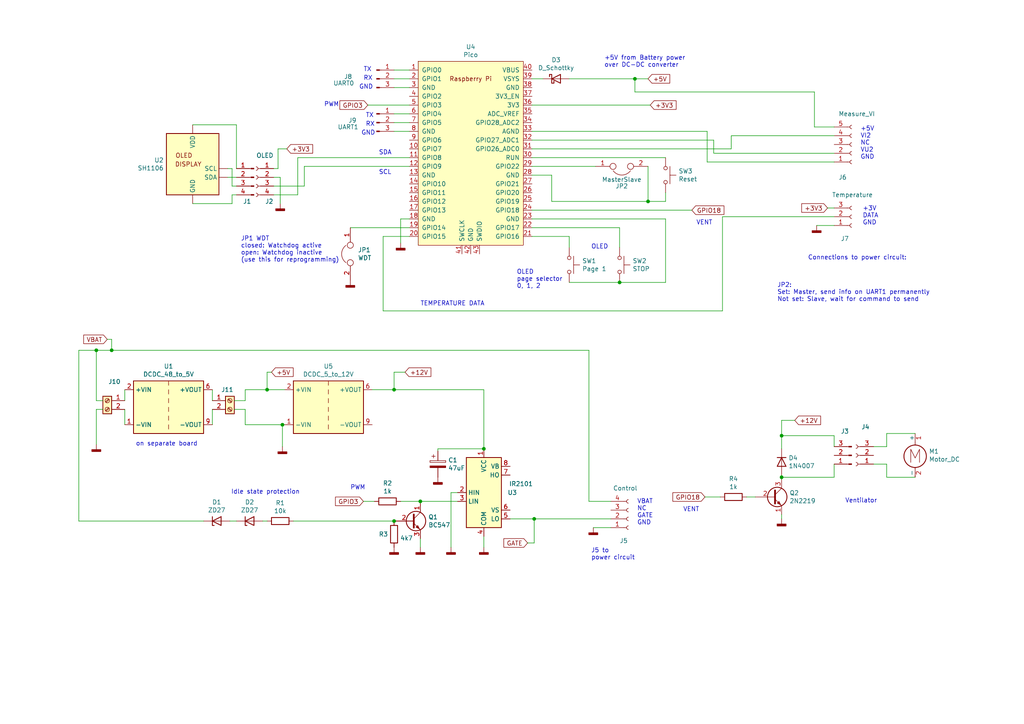
<source format=kicad_sch>
(kicad_sch (version 20230121) (generator eeschema)
  (paper "A4")
  (lib_symbols
    (symbol "Connector:Screw_Terminal_01x02" (pin_names (offset 1.016) hide)
      (property "Reference" "J" (at 0 2.54 0))
      (property "Value" "Screw_Terminal_01x02" (at 0 -5.08 0))
      (symbol "Screw_Terminal_01x02_1_1"
        (rectangle (start -1.27 1.27) (end 1.27 -3.81) (stroke (width 0.254)) (fill (type background)))
        (circle (center 0 -2.54) (radius 0.635) (stroke (width 0.1524)))
        (polyline (pts (xy -0.5334 -2.2098) (xy 0.3302 -3.048)) (stroke (width 0.1524)))
        (polyline (pts (xy -0.5334 0.3302) (xy 0.3302 -0.508)) (stroke (width 0.1524)))
        (polyline (pts (xy -0.3556 -2.032) (xy 0.508 -2.8702)) (stroke (width 0.1524)))
        (polyline (pts (xy -0.3556 0.508) (xy 0.508 -0.3302)) (stroke (width 0.1524)))
        (circle (center 0 0) (radius 0.635) (stroke (width 0.1524)))
        (pin passive line (at -5.08 0 0) (length 3.81) (name "Pin_1") (number "1"))
        (pin passive line (at -5.08 -2.54 0) (length 3.81) (name "Pin_2") (number "2"))
      )
    )
    (symbol "Device:D_Schottky" (pin_numbers hide) (pin_names (offset 1.016) hide)
      (property "Reference" "D" (at 0 2.54 0))
      (property "Value" "D_Schottky" (at 0 -2.54 0))
      (symbol "D_Schottky_0_1"
        (polyline (pts (xy 1.27 0) (xy -1.27 0)))
        (polyline (pts (xy 1.27 1.27) (xy 1.27 -1.27) (xy -1.27 0) (xy 1.27 1.27)) (stroke (width 0.254)))
        (polyline (pts (xy -1.905 0.635) (xy -1.905 1.27) (xy -1.27 1.27) (xy -1.27 -1.27) (xy -0.635 -1.27) (xy -0.635 -0.635)) (stroke (width 0.254)))
      )
      (symbol "D_Schottky_1_1"
        (pin passive line (at -3.81 0 0) (length 2.54) (name "K") (number "1"))
        (pin passive line (at 3.81 0 180) (length 2.54) (name "A") (number "2"))
      )
    )
    (symbol "Device:Q_NPN_CBE" (pin_names (offset 0) hide)
      (property "Reference" "Q" (at 5.08 1.27 0))
      (property "Value" "Q_NPN_CBE" (at 5.08 -1.27 0))
      (symbol "Q_NPN_CBE_0_1"
        (polyline (pts (xy 0.635 0.635) (xy 2.54 2.54)))
        (polyline (pts (xy 0.635 -0.635) (xy 2.54 -2.54) (xy 2.54 -2.54)))
        (polyline (pts (xy 0.635 1.905) (xy 0.635 -1.905) (xy 0.635 -1.905)) (stroke (width 0.508)))
        (polyline (pts (xy 1.27 -1.778) (xy 1.778 -1.27) (xy 2.286 -2.286) (xy 1.27 -1.778) (xy 1.27 -1.778)) (fill (type outline)))
        (circle (center 1.27 0) (radius 2.8194) (stroke (width 0.254)))
      )
      (symbol "Q_NPN_CBE_1_1"
        (pin passive line (at 2.54 5.08 270) (length 2.54) (name "C") (number "1"))
        (pin input line (at -5.08 0 0) (length 5.715) (name "B") (number "2"))
        (pin passive line (at 2.54 -5.08 90) (length 2.54) (name "E") (number "3"))
      )
    )
    (symbol "Device:R" (pin_numbers hide) (pin_names (offset 0))
      (property "Reference" "R" (at 2.032 0 90))
      (property "Value" "R" (at 0 0 90))
      (symbol "R_0_1"
        (rectangle (start -1.016 -2.54) (end 1.016 2.54) (stroke (width 0.254)))
      )
      (symbol "R_1_1"
        (pin passive line (at 0 3.81 270) (length 1.27) (name "~") (number "1"))
        (pin passive line (at 0 -3.81 90) (length 1.27) (name "~") (number "2"))
      )
    )
    (symbol "Diode:1N4007" (pin_numbers hide) (pin_names hide)
      (property "Reference" "D" (at 0 2.54 0))
      (property "Value" "1N4007" (at 0 -2.54 0))
      (symbol "1N4007_0_1"
        (polyline (pts (xy -1.27 1.27) (xy -1.27 -1.27)) (stroke (width 0.254)))
        (polyline (pts (xy 1.27 0) (xy -1.27 0)))
        (polyline (pts (xy 1.27 1.27) (xy 1.27 -1.27) (xy -1.27 0) (xy 1.27 1.27)) (stroke (width 0.254)))
      )
      (symbol "1N4007_1_1"
        (pin passive line (at -3.81 0 0) (length 2.54) (name "K") (number "1"))
        (pin passive line (at 3.81 0 180) (length 2.54) (name "A") (number "2"))
      )
    )
    (symbol "Diode:BZD27Cxx" (pin_numbers hide) (pin_names hide)
      (property "Reference" "D" (at 0 2.54 0))
      (property "Value" "BZD27Cxx" (at 0 -2.54 0))
      (symbol "BZD27Cxx_0_1"
        (polyline (pts (xy 1.27 0) (xy -1.27 0)))
        (polyline (pts (xy -1.27 -1.27) (xy -1.27 1.27) (xy -0.762 1.27)) (stroke (width 0.254)))
        (polyline (pts (xy 1.27 -1.27) (xy 1.27 1.27) (xy -1.27 0) (xy 1.27 -1.27)) (stroke (width 0.254)))
      )
      (symbol "BZD27Cxx_1_1"
        (pin passive line (at -3.81 0 0) (length 2.54) (name "K") (number "1"))
        (pin passive line (at 3.81 0 180) (length 2.54) (name "A") (number "2"))
      )
    )
    (symbol "Driver_FET:IR2101"
      (property "Reference" "U" (at 1.27 13.335 0))
      (property "Value" "IR2101" (at 1.27 11.43 0))
      (symbol "IR2101_0_1"
        (rectangle (start -5.08 -10.16) (end 5.08 10.16) (stroke (width 0.254)) (fill (type background)))
      )
      (symbol "IR2101_1_1"
        (pin power_in line (at 0 12.7 270) (length 2.54) (name "VCC") (number "1"))
        (pin input line (at -7.62 0 0) (length 2.54) (name "HIN") (number "2"))
        (pin input line (at -7.62 -2.54 0) (length 2.54) (name "LIN") (number "3"))
        (pin power_in line (at 0 -12.7 90) (length 2.54) (name "COM") (number "4"))
        (pin output line (at 7.62 -7.62 180) (length 2.54) (name "LO") (number "5"))
        (pin passive line (at 7.62 -5.08 180) (length 2.54) (name "VS") (number "6"))
        (pin output line (at 7.62 5.08 180) (length 2.54) (name "HO") (number "7"))
        (pin passive line (at 7.62 7.62 180) (length 2.54) (name "VB") (number "8"))
      )
    )
    (symbol "MPPT_05_2A_controlcircuit-rescue:CP-Device" (pin_numbers hide) (pin_names (offset 0.254))
      (property "Reference" "C" (at 0.635 2.54 0))
      (property "Value" "Device_CP" (at 0.635 -2.54 0))
      (symbol "CP-Device_0_1"
        (rectangle (start -2.286 0.508) (end 2.286 1.016))
        (polyline (pts (xy -1.778 2.286) (xy -0.762 2.286)))
        (polyline (pts (xy -1.27 2.794) (xy -1.27 1.778)))
        (rectangle (start 2.286 -0.508) (end -2.286 -1.016) (fill (type outline)))
      )
      (symbol "CP-Device_1_1"
        (pin passive line (at 0 3.81 270) (length 2.794) (name "~") (number "1"))
        (pin passive line (at 0 -3.81 90) (length 2.794) (name "~") (number "2"))
      )
    )
    (symbol "MPPT_05_2A_controlcircuit-rescue:Conn_01x03_Female-Connector" (pin_names (offset 1.016) hide)
      (property "Reference" "J" (at 0 5.08 0))
      (property "Value" "Connector_Conn_01x03_Female" (at 0 -5.08 0))
      (symbol "Conn_01x03_Female-Connector_1_1"
        (arc (start 0 -2.032) (mid -0.5058 -2.54) (end 0 -3.048) (stroke (width 0.1524)))
        (polyline (pts (xy -1.27 -2.54) (xy -0.508 -2.54)) (stroke (width 0.1524)))
        (polyline (pts (xy -1.27 0) (xy -0.508 0)) (stroke (width 0.1524)))
        (polyline (pts (xy -1.27 2.54) (xy -0.508 2.54)) (stroke (width 0.1524)))
        (arc (start 0 0.508) (mid -0.5058 0) (end 0 -0.508) (stroke (width 0.1524)))
        (arc (start 0 3.048) (mid -0.5058 2.54) (end 0 2.032) (stroke (width 0.1524)))
        (pin passive line (at -5.08 2.54 0) (length 3.81) (name "Pin_1") (number "1"))
        (pin passive line (at -5.08 0 0) (length 3.81) (name "Pin_2") (number "2"))
        (pin passive line (at -5.08 -2.54 0) (length 3.81) (name "Pin_3") (number "3"))
      )
    )
    (symbol "MPPT_05_2A_controlcircuit-rescue:Conn_01x03_Male-Connector" (pin_names (offset 1.016) hide)
      (property "Reference" "J" (at 0 5.08 0))
      (property "Value" "Connector_Conn_01x03_Male" (at 0 -5.08 0))
      (symbol "Conn_01x03_Male-Connector_1_1"
        (polyline (pts (xy 1.27 -2.54) (xy 0.8636 -2.54)) (stroke (width 0.1524)))
        (polyline (pts (xy 1.27 0) (xy 0.8636 0)) (stroke (width 0.1524)))
        (polyline (pts (xy 1.27 2.54) (xy 0.8636 2.54)) (stroke (width 0.1524)))
        (rectangle (start 0.8636 -2.413) (end 0 -2.667) (stroke (width 0.1524)) (fill (type outline)))
        (rectangle (start 0.8636 0.127) (end 0 -0.127) (stroke (width 0.1524)) (fill (type outline)))
        (rectangle (start 0.8636 2.667) (end 0 2.413) (stroke (width 0.1524)) (fill (type outline)))
        (pin passive line (at 5.08 2.54 180) (length 3.81) (name "Pin_1") (number "1"))
        (pin passive line (at 5.08 0 180) (length 3.81) (name "Pin_2") (number "2"))
        (pin passive line (at 5.08 -2.54 180) (length 3.81) (name "Pin_3") (number "3"))
      )
    )
    (symbol "MPPT_05_2A_controlcircuit-rescue:Conn_01x04_Female-Connector" (pin_names (offset 1.016) hide)
      (property "Reference" "J" (at 0 5.08 0))
      (property "Value" "Connector_Conn_01x04_Female" (at 0 -7.62 0))
      (symbol "Conn_01x04_Female-Connector_1_1"
        (arc (start 0 -4.572) (mid -0.5058 -5.08) (end 0 -5.588) (stroke (width 0.1524)))
        (arc (start 0 -2.032) (mid -0.5058 -2.54) (end 0 -3.048) (stroke (width 0.1524)))
        (polyline (pts (xy -1.27 -5.08) (xy -0.508 -5.08)) (stroke (width 0.1524)))
        (polyline (pts (xy -1.27 -2.54) (xy -0.508 -2.54)) (stroke (width 0.1524)))
        (polyline (pts (xy -1.27 0) (xy -0.508 0)) (stroke (width 0.1524)))
        (polyline (pts (xy -1.27 2.54) (xy -0.508 2.54)) (stroke (width 0.1524)))
        (arc (start 0 0.508) (mid -0.5058 0) (end 0 -0.508) (stroke (width 0.1524)))
        (arc (start 0 3.048) (mid -0.5058 2.54) (end 0 2.032) (stroke (width 0.1524)))
        (pin passive line (at -5.08 2.54 0) (length 3.81) (name "Pin_1") (number "1"))
        (pin passive line (at -5.08 0 0) (length 3.81) (name "Pin_2") (number "2"))
        (pin passive line (at -5.08 -2.54 0) (length 3.81) (name "Pin_3") (number "3"))
        (pin passive line (at -5.08 -5.08 0) (length 3.81) (name "Pin_4") (number "4"))
      )
    )
    (symbol "MPPT_05_2A_controlcircuit-rescue:Conn_01x04_Male-Connector" (pin_names (offset 1.016) hide)
      (property "Reference" "J" (at 0 5.08 0))
      (property "Value" "Connector_Conn_01x04_Male" (at 0 -7.62 0))
      (symbol "Conn_01x04_Male-Connector_1_1"
        (polyline (pts (xy 1.27 -5.08) (xy 0.8636 -5.08)) (stroke (width 0.1524)))
        (polyline (pts (xy 1.27 -2.54) (xy 0.8636 -2.54)) (stroke (width 0.1524)))
        (polyline (pts (xy 1.27 0) (xy 0.8636 0)) (stroke (width 0.1524)))
        (polyline (pts (xy 1.27 2.54) (xy 0.8636 2.54)) (stroke (width 0.1524)))
        (rectangle (start 0.8636 -4.953) (end 0 -5.207) (stroke (width 0.1524)) (fill (type outline)))
        (rectangle (start 0.8636 -2.413) (end 0 -2.667) (stroke (width 0.1524)) (fill (type outline)))
        (rectangle (start 0.8636 0.127) (end 0 -0.127) (stroke (width 0.1524)) (fill (type outline)))
        (rectangle (start 0.8636 2.667) (end 0 2.413) (stroke (width 0.1524)) (fill (type outline)))
        (pin passive line (at 5.08 2.54 180) (length 3.81) (name "Pin_1") (number "1"))
        (pin passive line (at 5.08 0 180) (length 3.81) (name "Pin_2") (number "2"))
        (pin passive line (at 5.08 -2.54 180) (length 3.81) (name "Pin_3") (number "3"))
        (pin passive line (at 5.08 -5.08 180) (length 3.81) (name "Pin_4") (number "4"))
      )
    )
    (symbol "MPPT_05_2A_controlcircuit-rescue:Conn_01x05_Female-Connector" (pin_names (offset 1.016) hide)
      (property "Reference" "J" (at 0 7.62 0))
      (property "Value" "Connector_Conn_01x05_Female" (at 0 -7.62 0))
      (symbol "Conn_01x05_Female-Connector_1_1"
        (arc (start 0 -4.572) (mid -0.5058 -5.08) (end 0 -5.588) (stroke (width 0.1524)))
        (arc (start 0 -2.032) (mid -0.5058 -2.54) (end 0 -3.048) (stroke (width 0.1524)))
        (polyline (pts (xy -1.27 -5.08) (xy -0.508 -5.08)) (stroke (width 0.1524)))
        (polyline (pts (xy -1.27 -2.54) (xy -0.508 -2.54)) (stroke (width 0.1524)))
        (polyline (pts (xy -1.27 0) (xy -0.508 0)) (stroke (width 0.1524)))
        (polyline (pts (xy -1.27 2.54) (xy -0.508 2.54)) (stroke (width 0.1524)))
        (polyline (pts (xy -1.27 5.08) (xy -0.508 5.08)) (stroke (width 0.1524)))
        (arc (start 0 0.508) (mid -0.5058 0) (end 0 -0.508) (stroke (width 0.1524)))
        (arc (start 0 3.048) (mid -0.5058 2.54) (end 0 2.032) (stroke (width 0.1524)))
        (arc (start 0 5.588) (mid -0.5058 5.08) (end 0 4.572) (stroke (width 0.1524)))
        (pin passive line (at -5.08 5.08 0) (length 3.81) (name "Pin_1") (number "1"))
        (pin passive line (at -5.08 2.54 0) (length 3.81) (name "Pin_2") (number "2"))
        (pin passive line (at -5.08 0 0) (length 3.81) (name "Pin_3") (number "3"))
        (pin passive line (at -5.08 -2.54 0) (length 3.81) (name "Pin_4") (number "4"))
        (pin passive line (at -5.08 -5.08 0) (length 3.81) (name "Pin_5") (number "5"))
      )
    )
    (symbol "MPPT_05_2A_controlcircuit-rescue:DCDC-DC_DC_converter"
      (property "Reference" "U" (at -7.62 8.89 0))
      (property "Value" "DC_DC_converter_DCDC" (at 11.43 8.89 0))
      (symbol "DCDC-DC_DC_converter_0_1"
        (rectangle (start -10.16 7.62) (end 10.16 -7.62) (stroke (width 0.254)) (fill (type background)))
        (polyline (pts (xy 0 -5.08) (xy 0 -6.35)))
        (polyline (pts (xy 0 -2.54) (xy 0 -3.81)))
        (polyline (pts (xy 0 0) (xy 0 -1.27)))
        (polyline (pts (xy 0 2.54) (xy 0 1.27)))
        (polyline (pts (xy 0 5.08) (xy 0 3.81)))
        (polyline (pts (xy 0 7.62) (xy 0 6.35)))
      )
      (symbol "DCDC-DC_DC_converter_1_1"
        (pin power_in line (at -12.7 -5.08 0) (length 2.54) (name "-VIN") (number "1"))
        (pin power_in line (at -12.7 5.08 0) (length 2.54) (name "+VIN") (number "2"))
        (pin power_out line (at 12.7 5.08 180) (length 2.54) (name "+VOUT") (number "6"))
        (pin no_connect line (at 10.16 2.54 180) (length 2.54) hide (name "NC") (number "7"))
        (pin no_connect line (at 10.16 0 180) (length 2.54) hide (name "NC") (number "8"))
        (pin power_out line (at 12.7 -5.08 180) (length 2.54) (name "-VOUT") (number "9"))
      )
    )
    (symbol "MPPT_05_2A_controlcircuit-rescue:Jumper-Device" (pin_names (offset 0.762) hide)
      (property "Reference" "JP" (at 0 3.81 0))
      (property "Value" "Device_Jumper" (at 0 -2.032 0))
      (symbol "Jumper-Device_0_1"
        (circle (center -2.54 0) (radius 0.889))
        (arc (start 2.5146 1.27) (mid 0.0078 2.5097) (end -2.4892 1.27))
        (circle (center 2.54 0) (radius 0.889))
        (pin passive line (at -7.62 0 0) (length 4.191) (name "1") (number "1"))
        (pin passive line (at 7.62 0 180) (length 4.191) (name "2") (number "2"))
      )
    )
    (symbol "MPPT_05_2A_controlcircuit-rescue:Pico-Raspi_Pico" (pin_names (offset 1.016))
      (property "Reference" "U" (at -13.97 27.94 0))
      (property "Value" "Raspi_Pico_Pico" (at 0 19.05 0))
      (symbol "Pico-Raspi_Pico_0_0"
        (text "Raspberry Pi" (at 0 21.59 0) (effects (font (size 1.27 1.27))))
      )
      (symbol "Pico-Raspi_Pico_0_1"
        (rectangle (start -15.24 26.67) (end 15.24 -26.67) (fill (type background)))
      )
      (symbol "Pico-Raspi_Pico_1_1"
        (pin bidirectional line (at -17.78 24.13 0) (length 2.54) (name "GPIO0") (number "1"))
        (pin bidirectional line (at -17.78 1.27 0) (length 2.54) (name "GPIO7") (number "10"))
        (pin bidirectional line (at -17.78 -1.27 0) (length 2.54) (name "GPIO8") (number "11"))
        (pin bidirectional line (at -17.78 -3.81 0) (length 2.54) (name "GPIO9") (number "12"))
        (pin power_in line (at -17.78 -6.35 0) (length 2.54) (name "GND") (number "13"))
        (pin bidirectional line (at -17.78 -8.89 0) (length 2.54) (name "GPIO10") (number "14"))
        (pin bidirectional line (at -17.78 -11.43 0) (length 2.54) (name "GPIO11") (number "15"))
        (pin bidirectional line (at -17.78 -13.97 0) (length 2.54) (name "GPIO12") (number "16"))
        (pin bidirectional line (at -17.78 -16.51 0) (length 2.54) (name "GPIO13") (number "17"))
        (pin power_in line (at -17.78 -19.05 0) (length 2.54) (name "GND") (number "18"))
        (pin bidirectional line (at -17.78 -21.59 0) (length 2.54) (name "GPIO14") (number "19"))
        (pin bidirectional line (at -17.78 21.59 0) (length 2.54) (name "GPIO1") (number "2"))
        (pin bidirectional line (at -17.78 -24.13 0) (length 2.54) (name "GPIO15") (number "20"))
        (pin bidirectional line (at 17.78 -24.13 180) (length 2.54) (name "GPIO16") (number "21"))
        (pin bidirectional line (at 17.78 -21.59 180) (length 2.54) (name "GPIO17") (number "22"))
        (pin power_in line (at 17.78 -19.05 180) (length 2.54) (name "GND") (number "23"))
        (pin bidirectional line (at 17.78 -16.51 180) (length 2.54) (name "GPIO18") (number "24"))
        (pin bidirectional line (at 17.78 -13.97 180) (length 2.54) (name "GPIO19") (number "25"))
        (pin bidirectional line (at 17.78 -11.43 180) (length 2.54) (name "GPIO20") (number "26"))
        (pin bidirectional line (at 17.78 -8.89 180) (length 2.54) (name "GPIO21") (number "27"))
        (pin power_in line (at 17.78 -6.35 180) (length 2.54) (name "GND") (number "28"))
        (pin bidirectional line (at 17.78 -3.81 180) (length 2.54) (name "GPIO22") (number "29"))
        (pin power_in line (at -17.78 19.05 0) (length 2.54) (name "GND") (number "3"))
        (pin input line (at 17.78 -1.27 180) (length 2.54) (name "RUN") (number "30"))
        (pin bidirectional line (at 17.78 1.27 180) (length 2.54) (name "GPIO26_ADC0") (number "31"))
        (pin bidirectional line (at 17.78 3.81 180) (length 2.54) (name "GPIO27_ADC1") (number "32"))
        (pin power_in line (at 17.78 6.35 180) (length 2.54) (name "AGND") (number "33"))
        (pin bidirectional line (at 17.78 8.89 180) (length 2.54) (name "GPIO28_ADC2") (number "34"))
        (pin unspecified line (at 17.78 11.43 180) (length 2.54) (name "ADC_VREF") (number "35"))
        (pin unspecified line (at 17.78 13.97 180) (length 2.54) (name "3V3") (number "36"))
        (pin input line (at 17.78 16.51 180) (length 2.54) (name "3V3_EN") (number "37"))
        (pin bidirectional line (at 17.78 19.05 180) (length 2.54) (name "GND") (number "38"))
        (pin unspecified line (at 17.78 21.59 180) (length 2.54) (name "VSYS") (number "39"))
        (pin bidirectional line (at -17.78 16.51 0) (length 2.54) (name "GPIO2") (number "4"))
        (pin unspecified line (at 17.78 24.13 180) (length 2.54) (name "VBUS") (number "40"))
        (pin input line (at -2.54 -29.21 90) (length 2.54) (name "SWCLK") (number "41"))
        (pin power_in line (at 0 -29.21 90) (length 2.54) (name "GND") (number "42"))
        (pin bidirectional line (at 2.54 -29.21 90) (length 2.54) (name "SWDIO") (number "43"))
        (pin bidirectional line (at -17.78 13.97 0) (length 2.54) (name "GPIO3") (number "5"))
        (pin bidirectional line (at -17.78 11.43 0) (length 2.54) (name "GPIO4") (number "6"))
        (pin bidirectional line (at -17.78 8.89 0) (length 2.54) (name "GPIO5") (number "7"))
        (pin power_in line (at -17.78 6.35 0) (length 2.54) (name "GND") (number "8"))
        (pin bidirectional line (at -17.78 3.81 0) (length 2.54) (name "GPIO6") (number "9"))
      )
    )
    (symbol "MPPT_05_2A_controlcircuit-rescue:SH1106-oled" (pin_numbers hide)
      (property "Reference" "U" (at 2.54 13.97 0))
      (property "Value" "oled_SH1106" (at 7.62 11.43 0))
      (symbol "SH1106-oled_0_0"
        (text "DISPLAY" (at -1.27 1.27 0) (effects (font (size 1.27 1.27))))
        (text "OLED" (at -2.54 3.81 0) (effects (font (size 1.27 1.27))))
      )
      (symbol "SH1106-oled_0_1"
        (rectangle (start -7.62 10.16) (end 7.62 -7.62) (stroke (width 0.254)) (fill (type background)))
      )
      (symbol "SH1106-oled_1_1"
        (pin input line (at 10.16 0 180) (length 2.54) (name "SCL") (number "10"))
        (pin power_in line (at 0 -10.16 90) (length 2.54) (name "GND") (number "3"))
        (pin power_in line (at 0 12.7 270) (length 2.54) (name "VDD") (number "8"))
        (pin bidirectional line (at 10.16 -2.54 180) (length 2.54) (name "SDA") (number "9"))
      )
    )
    (symbol "Motor:Motor_DC" (pin_names (offset 0))
      (property "Reference" "M" (at 2.54 2.54 0))
      (property "Value" "Motor_DC" (at 2.54 -5.08 0))
      (symbol "Motor_DC_0_0"
        (polyline (pts (xy -1.27 -3.302) (xy -1.27 0.508) (xy 0 -2.032) (xy 1.27 0.508) (xy 1.27 -3.302)))
      )
      (symbol "Motor_DC_0_1"
        (circle (center 0 -1.524) (radius 3.2512) (stroke (width 0.254)))
        (polyline (pts (xy 0 -7.62) (xy 0 -7.112)))
        (polyline (pts (xy 0 -4.7752) (xy 0 -5.1816)))
        (polyline (pts (xy 0 1.7272) (xy 0 2.0828)))
        (polyline (pts (xy 0 2.032) (xy 0 2.54)))
      )
      (symbol "Motor_DC_1_1"
        (pin passive line (at 0 5.08 270) (length 2.54) (name "+") (number "1"))
        (pin passive line (at 0 -7.62 90) (length 2.54) (name "-") (number "2"))
      )
    )
    (symbol "Switch:SW_Push" (pin_numbers hide) (pin_names (offset 1.016) hide)
      (property "Reference" "SW" (at 1.27 2.54 0))
      (property "Value" "SW_Push" (at 0 -1.524 0))
      (symbol "SW_Push_0_1"
        (circle (center -2.032 0) (radius 0.508))
        (polyline (pts (xy 0 1.27) (xy 0 3.048)))
        (polyline (pts (xy 2.54 1.27) (xy -2.54 1.27)))
        (circle (center 2.032 0) (radius 0.508))
        (pin passive line (at -5.08 0 0) (length 2.54) (name "1") (number "1"))
        (pin passive line (at 5.08 0 180) (length 2.54) (name "2") (number "2"))
      )
    )
    (symbol "Transistor_BJT:2N2219" (pin_names (offset 0) hide)
      (property "Reference" "Q" (at 5.08 1.905 0))
      (property "Value" "2N2219" (at 5.08 0 0))
      (symbol "2N2219_0_1"
        (polyline (pts (xy 0.635 0.635) (xy 2.54 2.54)))
        (polyline (pts (xy 0.635 -0.635) (xy 2.54 -2.54) (xy 2.54 -2.54)))
        (polyline (pts (xy 0.635 1.905) (xy 0.635 -1.905) (xy 0.635 -1.905)) (stroke (width 0.508)))
        (polyline (pts (xy 1.27 -1.778) (xy 1.778 -1.27) (xy 2.286 -2.286) (xy 1.27 -1.778) (xy 1.27 -1.778)) (fill (type outline)))
        (circle (center 1.27 0) (radius 2.8194) (stroke (width 0.254)))
      )
      (symbol "2N2219_1_1"
        (pin passive line (at 2.54 -5.08 90) (length 2.54) (name "E") (number "1"))
        (pin passive line (at -5.08 0 0) (length 5.715) (name "B") (number "2"))
        (pin passive line (at 2.54 5.08 270) (length 2.54) (name "C") (number "3"))
      )
    )
    (symbol "power:GNDD" (power) (pin_names (offset 0))
      (property "Value" "GNDD" (at 0 -3.175 0))
      (symbol "GNDD_0_1"
        (rectangle (start -1.27 -1.524) (end 1.27 -2.032) (stroke (width 0.254)) (fill (type outline)))
        (polyline (pts (xy 0 0) (xy 0 -1.524)))
      )
      (symbol "GNDD_1_1"
        (pin power_in line (at 0 0 270) (length 0) hide (name "GNDD") (number "1"))
      )
    )
  )
  (junction (at 114.3 113.03))
  (junction (at 226.695 138.43))
  (junction (at 179.705 81.915))
  (junction (at 184.15 22.86))
  (junction (at 114.3 151.13))
  (junction (at 187.96 58.42))
  (junction (at 77.47 113.03))
  (junction (at 81.915 123.19))
  (junction (at 140.335 130.175))
  (junction (at 121.92 145.415))
  (junction (at 32.385 101.6))
  (junction (at 27.94 101.6))
  (junction (at 226.695 126.365))
  (junction (at 154.94 150.495))
  (wire (pts (xy 170.815 101.6) (xy 170.815 145.415)))
  (wire (pts (xy 118.745 68.58) (xy 111.125 68.58)))
  (wire (pts (xy 154.305 48.26) (xy 172.72 48.26)))
  (wire (pts (xy 68.58 151.13) (xy 66.675 151.13)))
  (wire (pts (xy 154.305 30.48) (xy 188.595 30.48)))
  (wire (pts (xy 147.955 150.495) (xy 154.94 150.495)))
  (wire (pts (xy 81.915 123.19) (xy 81.915 129.54)))
  (wire (pts (xy 114.3 107.95) (xy 114.3 113.03)))
  (wire (pts (xy 209.55 62.865) (xy 241.935 62.865)))
  (wire (pts (xy 140.335 155.575) (xy 140.335 158.75)))
  (wire (pts (xy 114.3 25.4) (xy 118.745 25.4)))
  (wire (pts (xy 114.3 38.1) (xy 118.745 38.1)))
  (wire (pts (xy 236.22 36.83) (xy 236.22 26.67)))
  (wire (pts (xy 118.745 63.5) (xy 116.205 63.5)))
  (wire (pts (xy 226.695 149.225) (xy 226.695 150.495)))
  (wire (pts (xy 108.585 145.415) (xy 105.41 145.415)))
  (wire (pts (xy 121.92 156.21) (xy 121.92 158.75)))
  (wire (pts (xy 193.04 55.88) (xy 193.04 58.42)))
  (wire (pts (xy 154.305 60.96) (xy 200.66 60.96)))
  (wire (pts (xy 184.15 22.86) (xy 187.96 22.86)))
  (wire (pts (xy 77.47 151.13) (xy 76.2 151.13)))
  (wire (pts (xy 204.47 144.145) (xy 208.915 144.145)))
  (wire (pts (xy 111.125 90.17) (xy 209.55 90.17)))
  (wire (pts (xy 253.365 129.54) (xy 257.175 129.54)))
  (wire (pts (xy 27.94 128.905) (xy 27.94 118.745)))
  (wire (pts (xy 154.305 50.8) (xy 160.02 50.8)))
  (wire (pts (xy 67.31 53.975) (xy 68.58 53.975)))
  (wire (pts (xy 67.31 59.055) (xy 67.31 56.515)))
  (wire (pts (xy 253.365 134.62) (xy 257.175 134.62)))
  (wire (pts (xy 67.945 116.205) (xy 71.12 116.205)))
  (wire (pts (xy 241.935 36.83) (xy 236.22 36.83)))
  (wire (pts (xy 216.535 144.145) (xy 219.075 144.145)))
  (wire (pts (xy 32.385 101.6) (xy 170.815 101.6)))
  (wire (pts (xy 31.115 98.425) (xy 32.385 98.425)))
  (wire (pts (xy 140.335 113.03) (xy 140.335 130.175)))
  (wire (pts (xy 27.94 116.205) (xy 27.94 101.6)))
  (wire (pts (xy 114.3 33.02) (xy 118.745 33.02)))
  (wire (pts (xy 88.265 48.26) (xy 118.745 48.26)))
  (wire (pts (xy 82.55 123.19) (xy 81.915 123.19)))
  (wire (pts (xy 79.375 48.895) (xy 80.645 48.895)))
  (wire (pts (xy 154.305 43.18) (xy 212.09 43.18)))
  (wire (pts (xy 187.96 58.42) (xy 193.04 58.42)))
  (wire (pts (xy 226.695 126.365) (xy 226.695 130.175)))
  (wire (pts (xy 68.58 48.895) (xy 68.58 36.195)))
  (wire (pts (xy 207.01 40.64) (xy 207.01 44.45)))
  (wire (pts (xy 257.175 125.73) (xy 265.43 125.73)))
  (wire (pts (xy 114.3 113.03) (xy 140.335 113.03)))
  (wire (pts (xy 79.375 51.435) (xy 81.28 51.435)))
  (wire (pts (xy 153.035 157.48) (xy 154.94 157.48)))
  (wire (pts (xy 257.175 129.54) (xy 257.175 125.73)))
  (wire (pts (xy 67.31 56.515) (xy 68.58 56.515)))
  (wire (pts (xy 160.02 50.8) (xy 160.02 58.42)))
  (wire (pts (xy 77.47 113.03) (xy 82.55 113.03)))
  (wire (pts (xy 27.94 118.745) (xy 29.845 118.745)))
  (wire (pts (xy 165.1 81.915) (xy 179.705 81.915)))
  (wire (pts (xy 205.105 46.99) (xy 241.935 46.99)))
  (wire (pts (xy 27.94 101.6) (xy 32.385 101.6)))
  (wire (pts (xy 154.305 45.72) (xy 193.04 45.72)))
  (wire (pts (xy 241.935 134.62) (xy 241.935 138.43)))
  (wire (pts (xy 241.935 60.325) (xy 240.03 60.325)))
  (wire (pts (xy 226.695 121.92) (xy 226.695 126.365)))
  (wire (pts (xy 154.305 22.86) (xy 157.48 22.86)))
  (wire (pts (xy 71.12 116.205) (xy 71.12 113.03)))
  (wire (pts (xy 212.09 43.18) (xy 212.09 39.37)))
  (wire (pts (xy 121.92 146.05) (xy 121.92 145.415)))
  (wire (pts (xy 22.86 151.13) (xy 59.055 151.13)))
  (wire (pts (xy 116.205 145.415) (xy 121.92 145.415)))
  (wire (pts (xy 85.09 151.13) (xy 114.3 151.13)))
  (wire (pts (xy 111.125 68.58) (xy 111.125 90.17)))
  (wire (pts (xy 32.385 98.425) (xy 32.385 101.6)))
  (wire (pts (xy 207.01 44.45) (xy 241.935 44.45)))
  (wire (pts (xy 61.595 113.03) (xy 61.595 116.205)))
  (wire (pts (xy 193.04 63.5) (xy 193.04 81.915)))
  (wire (pts (xy 165.1 68.58) (xy 154.305 68.58)))
  (wire (pts (xy 177.165 153.035) (xy 172.085 153.035)))
  (wire (pts (xy 140.335 130.175) (xy 127 130.175)))
  (wire (pts (xy 68.58 36.195) (xy 55.88 36.195)))
  (wire (pts (xy 80.645 43.18) (xy 83.185 43.18)))
  (wire (pts (xy 241.935 129.54) (xy 241.935 126.365)))
  (wire (pts (xy 187.96 48.26) (xy 187.96 58.42)))
  (wire (pts (xy 66.04 48.895) (xy 67.31 48.895)))
  (wire (pts (xy 241.935 126.365) (xy 226.695 126.365)))
  (wire (pts (xy 127 130.175) (xy 127 130.81)))
  (wire (pts (xy 71.12 113.03) (xy 77.47 113.03)))
  (wire (pts (xy 154.305 38.1) (xy 205.105 38.1)))
  (wire (pts (xy 241.935 138.43) (xy 226.695 138.43)))
  (wire (pts (xy 177.165 145.415) (xy 170.815 145.415)))
  (wire (pts (xy 71.12 118.745) (xy 71.12 123.19)))
  (wire (pts (xy 132.715 142.875) (xy 130.81 142.875)))
  (wire (pts (xy 154.305 40.64) (xy 207.01 40.64)))
  (wire (pts (xy 226.695 138.43) (xy 226.695 139.065)))
  (wire (pts (xy 86.36 45.72) (xy 86.36 56.515)))
  (wire (pts (xy 114.3 20.32) (xy 118.745 20.32)))
  (wire (pts (xy 118.745 30.48) (xy 106.68 30.48)))
  (wire (pts (xy 88.265 48.26) (xy 88.265 53.975)))
  (wire (pts (xy 184.15 26.67) (xy 184.15 22.86)))
  (wire (pts (xy 241.935 65.405) (xy 236.855 65.405)))
  (wire (pts (xy 257.175 134.62) (xy 257.175 138.43)))
  (wire (pts (xy 154.94 157.48) (xy 154.94 150.495)))
  (wire (pts (xy 212.09 39.37) (xy 241.935 39.37)))
  (wire (pts (xy 116.205 63.5) (xy 116.205 70.485)))
  (wire (pts (xy 154.94 150.495) (xy 177.165 150.495)))
  (wire (pts (xy 66.04 51.435) (xy 68.58 51.435)))
  (wire (pts (xy 67.945 118.745) (xy 71.12 118.745)))
  (wire (pts (xy 86.36 56.515) (xy 79.375 56.515)))
  (wire (pts (xy 67.31 48.895) (xy 67.31 53.975)))
  (wire (pts (xy 230.505 121.92) (xy 226.695 121.92)))
  (wire (pts (xy 88.265 53.975) (xy 79.375 53.975)))
  (wire (pts (xy 121.92 145.415) (xy 132.715 145.415)))
  (wire (pts (xy 236.22 26.67) (xy 184.15 26.67)))
  (wire (pts (xy 226.695 137.795) (xy 226.695 138.43)))
  (wire (pts (xy 154.305 63.5) (xy 193.04 63.5)))
  (wire (pts (xy 193.04 81.915) (xy 179.705 81.915)))
  (wire (pts (xy 80.645 48.895) (xy 80.645 43.18)))
  (wire (pts (xy 179.705 66.04) (xy 154.305 66.04)))
  (wire (pts (xy 71.12 123.19) (xy 81.915 123.19)))
  (wire (pts (xy 160.02 58.42) (xy 187.96 58.42)))
  (wire (pts (xy 36.195 118.745) (xy 36.195 123.19)))
  (wire (pts (xy 118.745 66.04) (xy 101.6 66.04)))
  (wire (pts (xy 257.175 138.43) (xy 265.43 138.43)))
  (wire (pts (xy 130.81 142.875) (xy 130.81 158.75)))
  (wire (pts (xy 114.3 22.86) (xy 118.745 22.86)))
  (wire (pts (xy 179.705 71.755) (xy 179.705 66.04)))
  (wire (pts (xy 107.95 113.03) (xy 114.3 113.03)))
  (wire (pts (xy 22.86 151.13) (xy 22.86 101.6)))
  (wire (pts (xy 61.595 118.745) (xy 61.595 123.19)))
  (wire (pts (xy 205.105 38.1) (xy 205.105 46.99)))
  (wire (pts (xy 117.475 107.95) (xy 114.3 107.95)))
  (wire (pts (xy 114.3 35.56) (xy 118.745 35.56)))
  (wire (pts (xy 209.55 90.17) (xy 209.55 62.865)))
  (wire (pts (xy 55.88 59.055) (xy 67.31 59.055)))
  (wire (pts (xy 77.47 107.95) (xy 77.47 113.03)))
  (wire (pts (xy 78.74 107.95) (xy 77.47 107.95)))
  (wire (pts (xy 36.195 113.03) (xy 36.195 116.205)))
  (wire (pts (xy 86.36 45.72) (xy 118.745 45.72)))
  (wire (pts (xy 165.1 71.755) (xy 165.1 68.58)))
  (wire (pts (xy 81.28 51.435) (xy 81.28 59.055)))
  (wire (pts (xy 165.1 22.86) (xy 184.15 22.86)))
  (wire (pts (xy 22.86 101.6) (xy 27.94 101.6)))
  (wire (pts (xy 29.845 116.205) (xy 27.94 116.205)))
  (text "J5 to \npower circuit\n" (at 171.45 162.56 0) (effects (font (size 1.27 1.27)) (justify left bottom)))
  (text "+3V\nDATA\nGND" (at 250.19 65.405 0) (effects (font (size 1.27 1.27)) (justify left bottom)))
  (text "JP1 WDT\nclosed: Watchdog active\nopen: Watchdog inactive\n(use this for reprogramming)" (at 69.85 76.2 0) (effects (font (size 1.27 1.27)) (justify left bottom)))
  (text "TEMPERATURE DATA\n" (at 121.92 88.9 0) (effects (font (size 1.27 1.27)) (justify left bottom)))
  (text "GND" (at 104.775 39.37 0) (effects (font (size 1.27 1.27)) (justify left bottom)))
  (text "PWM\n" (at 93.98 31.115 0) (effects (font (size 1.27 1.27)) (justify left bottom)))
  (text "VENT" (at 201.93 65.405 0) (effects (font (size 1.27 1.27)) (justify left bottom)))
  (text "RX" (at 105.41 23.495 0) (effects (font (size 1.27 1.27)) (justify left bottom)))
  (text "Connections to power circuit:\n" (at 234.315 75.565 0) (effects (font (size 1.27 1.27)) (justify left bottom)))
  (text "VENT" (at 198.12 148.59 0) (effects (font (size 1.27 1.27)) (justify left bottom)))
  (text "JP2:\nSet: Master, send info on UART1 permanently\nNot set: Slave, wait for command to send" (at 225.425 87.63 0) (effects (font (size 1.27 1.27)) (justify left bottom)))
  (text "SDA" (at 109.855 45.085 0) (effects (font (size 1.27 1.27)) (justify left bottom)))
  (text "+5V from Battery power \nover DC-DC converter\n" (at 175.26 19.685 0) (effects (font (size 1.27 1.27)) (justify left bottom)))
  (text "OLED\n" (at 171.45 72.39 0) (effects (font (size 1.27 1.27)) (justify left bottom)))
  (text "SCL" (at 109.855 50.8 0) (effects (font (size 1.27 1.27)) (justify left bottom)))
  (text "Idle state protection\n" (at 86.995 143.51 0) (effects (font (size 1.27 1.27)) (justify right bottom)))
  (text "GND" (at 104.14 26.035 0) (effects (font (size 1.27 1.27)) (justify left bottom)))
  (text "TX\n" (at 105.41 20.955 0) (effects (font (size 1.27 1.27)) (justify left bottom)))
  (text "Ventilator\n" (at 245.11 146.05 0) (effects (font (size 1.27 1.27)) (justify left bottom)))
  (text "on separate board" (at 39.37 129.54 0) (effects (font (size 1.27 1.27)) (justify left bottom)))
  (text "TX\n" (at 106.045 34.29 0) (effects (font (size 1.27 1.27)) (justify left bottom)))
  (text "+5V\nVI2\nNC\nVU2\nGND\n" (at 249.555 46.355 0) (effects (font (size 1.27 1.27)) (justify left bottom)))
  (text "OLED\npage selector \n0, 1, 2" (at 149.86 83.82 0) (effects (font (size 1.27 1.27)) (justify left bottom)))
  (text "VBAT\nNC\nGATE\nGND\n" (at 184.785 152.4 0) (effects (font (size 1.27 1.27)) (justify left bottom)))
  (text "PWM\n" (at 101.6 142.24 0) (effects (font (size 1.27 1.27)) (justify left bottom)))
  (text "RX" (at 106.045 36.83 0) (effects (font (size 1.27 1.27)) (justify left bottom)))
  (global_label "+12V" (shape input) (at 230.505 121.92 0) (property "Intersheetrefs" "${INTERSHEET_REFS}" (effects hide)))
  (global_label "+3V3" (shape input) (at 83.185 43.18 0) (property "Intersheetrefs" "${INTERSHEET_REFS}" (effects hide)))
  (global_label "GATE" (shape input) (at 153.035 157.48 180) (property "Intersheetrefs" "${INTERSHEET_REFS}" (effects hide)))
  (global_label "+3V3" (shape input) (at 188.595 30.48 0) (property "Intersheetrefs" "${INTERSHEET_REFS}" (effects hide)))
  (global_label "+12V" (shape input) (at 117.475 107.95 0) (property "Intersheetrefs" "${INTERSHEET_REFS}" (effects hide)))
  (global_label "GPIO3" (shape input) (at 105.41 145.415 180) (property "Intersheetrefs" "${INTERSHEET_REFS}" (effects hide)))
  (global_label "GPIO18" (shape input) (at 200.66 60.96 0) (property "Intersheetrefs" "${INTERSHEET_REFS}" (effects hide)))
  (global_label "+5V" (shape input) (at 78.74 107.95 0) (property "Intersheetrefs" "${INTERSHEET_REFS}" (effects hide)))
  (global_label "VBAT" (shape input) (at 31.115 98.425 180) (property "Intersheetrefs" "${INTERSHEET_REFS}" (effects hide)))
  (global_label "+5V" (shape input) (at 187.96 22.86 0) (property "Intersheetrefs" "${INTERSHEET_REFS}" (effects hide)))
  (global_label "GPIO18" (shape input) (at 204.47 144.145 180) (property "Intersheetrefs" "${INTERSHEET_REFS}" (effects hide)))
  (global_label "GPIO3" (shape input) (at 106.68 30.48 180) (property "Intersheetrefs" "${INTERSHEET_REFS}" (effects hide)))
  (global_label "+3V3" (shape input) (at 240.03 60.325 180) (property "Intersheetrefs" "${INTERSHEET_REFS}" (effects hide)))
  (symbol (lib_id "MPPT_05_2A_controlcircuit-rescue:Pico-Raspi_Pico") (at 136.525 44.45 0) (unit 1)
    (property "Reference" "U4" (at 136.525 13.589 0))
    (property "Value" "Pico" (at 136.525 15.9004 0))
    (property "Footprint" "RPi_Pico:RPi_Pico_SMD_TH" (effects hide))
  )
  (symbol (lib_id "power:GNDD") (at 172.085 153.035 0) (unit 1)
    (property "Reference" "#PWR014" (effects hide))
    (property "Value" "GNDD" (effects hide))
  )
  (symbol (lib_id "Device:D_Schottky") (at 161.29 22.86 0) (unit 1)
    (property "Reference" "D3" (at 161.29 17.3736 0))
    (property "Value" "D_Schottky" (at 161.29 19.685 0))
  )
  (symbol (lib_id "Switch:SW_Push") (at 165.1 76.835 270) (unit 1)
    (property "Reference" "SW1" (at 168.8592 75.6666 90) (effects (justify left)))
    (property "Value" "Page 1" (at 168.8592 77.978 90) (effects (justify left)))
  )
  (symbol (lib_id "Switch:SW_Push") (at 179.705 76.835 270) (unit 1)
    (property "Reference" "SW2" (at 183.4642 75.6666 90) (effects (justify left)))
    (property "Value" "STOP" (at 183.4642 77.978 90) (effects (justify left)))
  )
  (symbol (lib_id "Device:R") (at 212.725 144.145 270) (unit 1)
    (property "Reference" "R4" (at 212.725 138.8872 90))
    (property "Value" "1k" (at 212.725 141.1986 90))
  )
  (symbol (lib_id "Transistor_BJT:2N2219") (at 224.155 144.145 0) (unit 1)
    (property "Reference" "Q2" (at 228.981 142.9766 0) (effects (justify left)))
    (property "Value" "2N2219" (at 228.981 145.288 0) (effects (justify left)))
    (property "Footprint" "Package_TO_SOT_THT:TO-39-3" (effects hide))
    (property "Datasheet" "http://www.onsemi.com/pub_link/Collateral/2N2219-D.PDF" (effects hide))
  )
  (symbol (lib_id "power:GNDD") (at 226.695 150.495 0) (unit 1)
    (property "Reference" "#PWR013" (effects hide))
    (property "Value" "GNDD" (effects hide))
  )
  (symbol (lib_id "Diode:1N4007") (at 226.695 133.985 270) (unit 1)
    (property "Reference" "D4" (at 228.7016 132.8166 90) (effects (justify left)))
    (property "Value" "1N4007" (at 228.7016 135.128 90) (effects (justify left)))
    (property "Footprint" "Diode_THT:D_DO-41_SOD81_P10.16mm_Horizontal" (effects hide))
    (property "Datasheet" "http://www.vishay.com/docs/88503/1n4001.pdf" (effects hide))
  )
  (symbol (lib_id "Motor:Motor_DC") (at 265.43 130.81 0) (unit 1)
    (property "Reference" "M1" (at 269.4432 130.9116 0) (effects (justify left)))
    (property "Value" "Motor_DC" (at 269.4432 133.223 0) (effects (justify left)))
  )
  (symbol (lib_id "Driver_FET:IR2101") (at 140.335 142.875 0) (unit 1)
    (property "Reference" "U3" (at 148.59 142.875 0))
    (property "Value" "IR2101" (at 151.13 140.335 0))
    (property "Datasheet" "https://www.infineon.com/dgdl/ir2101.pdf?fileId=5546d462533600a4015355c7a755166c" (effects hide))
  )
  (symbol (lib_id "power:GNDD") (at 140.335 158.75 0) (unit 1)
    (property "Reference" "#PWR08" (effects hide))
    (property "Value" "GNDD" (effects hide))
  )
  (symbol (lib_id "MPPT_05_2A_controlcircuit-rescue:CP-Device") (at 127 134.62 0) (unit 1)
    (property "Reference" "C1" (at 129.9972 133.4516 0) (effects (justify left)))
    (property "Value" "47uF" (at 129.9972 135.763 0) (effects (justify left)))
  )
  (symbol (lib_id "power:GNDD") (at 127 138.43 0) (unit 1)
    (property "Reference" "#PWR05" (effects hide))
    (property "Value" "GNDD" (effects hide))
  )
  (symbol (lib_id "power:GNDD") (at 130.81 158.75 0) (unit 1)
    (property "Reference" "#PWR07" (effects hide))
    (property "Value" "GNDD" (effects hide))
  )
  (symbol (lib_id "Device:R") (at 112.395 145.415 270) (unit 1)
    (property "Reference" "R2" (at 112.395 140.1572 90))
    (property "Value" "1k" (at 112.395 142.4686 90))
  )
  (symbol (lib_id "Device:Q_NPN_CBE") (at 119.38 151.13 0) (unit 1)
    (property "Reference" "Q1" (at 124.2314 149.9616 0) (effects (justify left)))
    (property "Value" "BC547" (at 124.2314 152.273 0) (effects (justify left)))
  )
  (symbol (lib_id "power:GNDD") (at 121.92 158.75 0) (unit 1)
    (property "Reference" "#PWR04" (effects hide))
    (property "Value" "GNDD" (effects hide))
  )
  (symbol (lib_id "Device:R") (at 81.28 151.13 90) (mirror x) (unit 1)
    (property "Reference" "R1" (at 81.28 145.8722 90))
    (property "Value" "10k" (at 81.28 148.1836 90))
  )
  (symbol (lib_id "Device:R") (at 114.3 154.94 180) (unit 1)
    (property "Reference" "R3" (at 109.855 154.94 0) (effects (justify right)))
    (property "Value" "4k7" (at 116.078 156.083 0) (effects (justify right)))
  )
  (symbol (lib_id "power:GNDD") (at 114.3 158.75 0) (unit 1)
    (property "Reference" "#PWR03" (effects hide))
    (property "Value" "GNDD" (effects hide))
  )
  (symbol (lib_id "Diode:BZD27Cxx") (at 72.39 151.13 0) (mirror x) (unit 1)
    (property "Reference" "D2" (at 72.39 145.6436 0))
    (property "Value" "ZD27" (at 72.39 147.955 0))
    (property "Footprint" "Diode_SMD:D_SMF" (effects hide))
    (property "Datasheet" "https://www.vishay.com/docs/85153/bzd27series.pdf" (effects hide))
  )
  (symbol (lib_id "Diode:BZD27Cxx") (at 62.865 151.13 0) (mirror x) (unit 1)
    (property "Reference" "D1" (at 62.865 145.6436 0))
    (property "Value" "ZD27" (at 62.865 147.955 0))
    (property "Footprint" "Diode_SMD:D_SMF" (effects hide))
    (property "Datasheet" "https://www.vishay.com/docs/85153/bzd27series.pdf" (effects hide))
  )
  (symbol (lib_id "MPPT_05_2A_controlcircuit-rescue:Conn_01x03_Male-Connector") (at 247.015 132.08 180) (unit 1)
    (property "Reference" "J3" (at 243.84 125.095 0) (effects (justify right)))
    (property "Value" " " (at 247.7262 132.6642 0) (effects (justify right)))
  )
  (symbol (lib_id "MPPT_05_2A_controlcircuit-rescue:Conn_01x03_Female-Connector") (at 248.285 132.08 180) (unit 1)
    (property "Reference" "J4" (at 251.0282 123.825 0))
    (property "Value" " " (at 251.0282 126.1364 0))
  )
  (symbol (lib_id "MPPT_05_2A_controlcircuit-rescue:DCDC-DC_DC_converter") (at 95.25 118.11 0) (unit 1)
    (property "Reference" "U5" (at 95.25 106.2482 0))
    (property "Value" "DCDC_5_to_12V" (at 95.25 108.5596 0))
    (property "Footprint" "Converter_DCDC:Converter_DCDC_TRACO_TMR-2xxxxWI_THT" (effects hide))
    (property "Datasheet" "https://www.tracopower.com/products/tmr2wi.pdf" (effects hide))
  )
  (symbol (lib_id "MPPT_05_2A_controlcircuit-rescue:DCDC-DC_DC_converter") (at 48.895 118.11 0) (unit 1)
    (property "Reference" "U1" (at 48.895 106.2482 0))
    (property "Value" "DCDC_48_to_5V" (at 48.895 108.5596 0))
    (property "Footprint" "Converter_DCDC:Converter_DCDC_TRACO_TMR-2xxxxWI_THT" (effects hide))
    (property "Datasheet" "https://www.tracopower.com/products/tmr2wi.pdf" (effects hide))
  )
  (symbol (lib_id "MPPT_05_2A_controlcircuit-rescue:Conn_01x04_Female-Connector") (at 182.245 150.495 0) (mirror x) (unit 1)
    (property "Reference" "J5" (at 179.705 156.845 0) (effects (justify left)))
    (property "Value" "Control" (at 177.8 141.605 0) (effects (justify left)))
  )
  (symbol (lib_id "MPPT_05_2A_controlcircuit-rescue:Conn_01x05_Female-Connector") (at 247.015 41.91 0) (mirror x) (unit 1)
    (property "Reference" "J6" (at 243.205 51.435 0) (effects (justify left)))
    (property "Value" "Measure_VI" (at 243.205 33.02 0) (effects (justify left)))
  )
  (symbol (lib_id "MPPT_05_2A_controlcircuit-rescue:Conn_01x03_Female-Connector") (at 247.015 62.865 0) (mirror x) (unit 1)
    (property "Reference" "J7" (at 243.84 69.215 0) (effects (justify left)))
    (property "Value" "Temperature" (at 241.3 56.515 0) (effects (justify left)))
  )
  (symbol (lib_id "power:GNDD") (at 27.94 128.905 0) (unit 1)
    (property "Reference" "#PWR01" (effects hide))
    (property "Value" "GNDD" (effects hide))
  )
  (symbol (lib_id "power:GNDD") (at 81.915 129.54 0) (unit 1)
    (property "Reference" "#PWR09" (effects hide))
    (property "Value" "GNDD" (effects hide))
  )
  (symbol (lib_id "power:GNDD") (at 236.855 65.405 0) (unit 1)
    (property "Reference" "#PWR016" (effects hide))
    (property "Value" "GNDD" (effects hide))
  )
  (symbol (lib_id "MPPT_05_2A_controlcircuit-rescue:SH1106-oled") (at 55.88 48.895 0) (unit 1)
    (property "Reference" "U2" (at 47.498 46.4566 0) (effects (justify right)))
    (property "Value" "SH1106" (at 47.498 48.768 0) (effects (justify right)))
  )
  (symbol (lib_id "MPPT_05_2A_controlcircuit-rescue:Conn_01x04_Female-Connector") (at 74.295 51.435 0) (mirror y) (unit 1)
    (property "Reference" "J2" (at 78.105 58.42 0))
    (property "Value" "OLED" (at 76.835 45.085 0))
  )
  (symbol (lib_id "power:GNDD") (at 81.28 59.055 0) (unit 1)
    (property "Reference" "#PWR06" (effects hide))
    (property "Value" "GNDD" (effects hide))
  )
  (symbol (lib_id "MPPT_05_2A_controlcircuit-rescue:Conn_01x04_Male-Connector") (at 73.66 51.435 0) (mirror y) (unit 1)
    (property "Reference" "J1" (at 70.485 58.42 0) (effects (justify right)))
    (property "Value" " " (at 74.3712 54.4068 0) (effects (justify right)))
  )
  (symbol (lib_id "MPPT_05_2A_controlcircuit-rescue:Jumper-Device") (at 101.6 73.66 90) (mirror x) (unit 1)
    (property "Reference" "JP1" (at 103.8352 72.4916 90) (effects (justify right)))
    (property "Value" "WDT" (at 103.8352 74.803 90) (effects (justify right)))
  )
  (symbol (lib_id "power:GNDD") (at 101.6 81.28 0) (unit 1)
    (property "Reference" "#PWR017" (effects hide))
    (property "Value" "GNDD" (effects hide))
  )
  (symbol (lib_id "power:GNDD") (at 116.205 70.485 0) (unit 1)
    (property "Reference" "#PWR010" (effects hide))
    (property "Value" "GNDD" (effects hide))
  )
  (symbol (lib_id "MPPT_05_2A_controlcircuit-rescue:Conn_01x03_Male-Connector") (at 109.22 22.86 0) (unit 1)
    (property "Reference" "J8" (at 100.965 22.225 0))
    (property "Value" "UART0" (at 99.695 24.13 0))
  )
  (symbol (lib_id "MPPT_05_2A_controlcircuit-rescue:Conn_01x03_Male-Connector") (at 109.22 35.56 0) (unit 1)
    (property "Reference" "J9" (at 102.235 34.925 0))
    (property "Value" "UART1" (at 100.965 36.83 0))
  )
  (symbol (lib_id "Switch:SW_Push") (at 193.04 50.8 270) (unit 1)
    (property "Reference" "SW3" (at 196.7992 49.6316 90) (effects (justify left)))
    (property "Value" "Reset" (at 196.7992 51.943 90) (effects (justify left)))
  )
  (symbol (lib_id "MPPT_05_2A_controlcircuit-rescue:Jumper-Device") (at 180.34 48.26 0) (mirror x) (unit 1)
    (property "Reference" "JP2" (at 180.34 53.975 0))
    (property "Value" "MasterSlave" (at 180.34 52.07 0))
  )
  (symbol (lib_id "Connector:Screw_Terminal_01x02") (at 66.675 116.205 0) (unit 1)
    (property "Reference" "J11" (at 64.135 113.03 0) (effects (justify left)))
    (property "Value" " " (at 68.707 118.7196 0) (effects (justify left)))
  )
  (symbol (lib_id "Connector:Screw_Terminal_01x02") (at 31.115 116.205 0) (mirror y) (unit 1)
    (property "Reference" "J10" (at 33.1978 110.6932 0))
    (property "Value" " " (at 33.1978 113.0046 0))
  )
)
</source>
